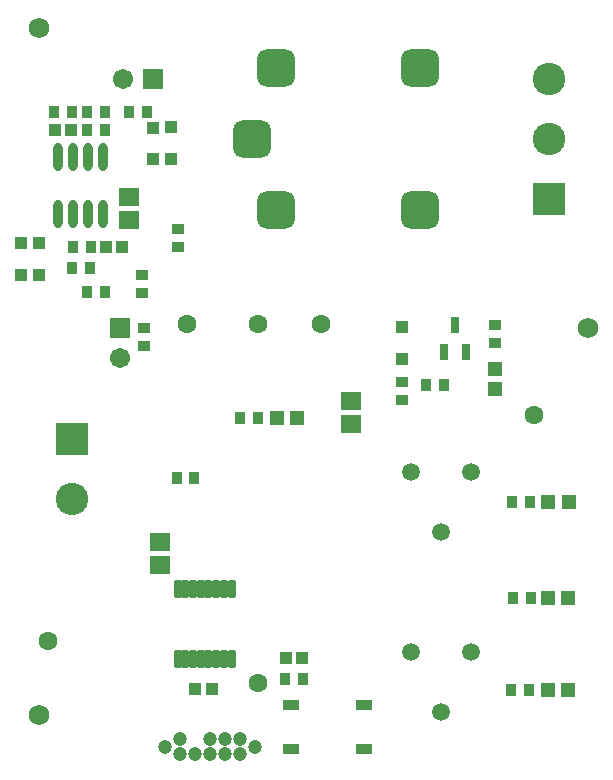
<source format=gts>
G04*
G04 #@! TF.GenerationSoftware,Altium Limited,Altium Designer,21.6.1 (37)*
G04*
G04 Layer_Color=8388736*
%FSLAX25Y25*%
%MOIN*%
G70*
G04*
G04 #@! TF.SameCoordinates,DB9D7466-3DC1-4D53-AB26-96178D206437*
G04*
G04*
G04 #@! TF.FilePolarity,Negative*
G04*
G01*
G75*
%ADD23R,0.04343X0.04343*%
%ADD24R,0.04343X0.03556*%
%ADD25R,0.03556X0.04343*%
%ADD26O,0.03162X0.09461*%
G04:AMPARAMS|DCode=27|XSize=25.72mil|YSize=63.12mil|CornerRadius=5.95mil|HoleSize=0mil|Usage=FLASHONLY|Rotation=180.000|XOffset=0mil|YOffset=0mil|HoleType=Round|Shape=RoundedRectangle|*
%AMROUNDEDRECTD27*
21,1,0.02572,0.05122,0,0,180.0*
21,1,0.01382,0.06312,0,0,180.0*
1,1,0.01190,-0.00691,0.02561*
1,1,0.01190,0.00691,0.02561*
1,1,0.01190,0.00691,-0.02561*
1,1,0.01190,-0.00691,-0.02561*
%
%ADD27ROUNDEDRECTD27*%
%ADD28R,0.06706X0.05918*%
%ADD29R,0.03950X0.04343*%
%ADD30C,0.04737*%
%ADD31R,0.05131X0.04737*%
%ADD32R,0.04737X0.05131*%
%ADD33R,0.03162X0.05328*%
%ADD34R,0.05524X0.03800*%
%ADD35R,0.06706X0.06706*%
%ADD36C,0.06706*%
%ADD37C,0.06312*%
%ADD38C,0.05918*%
%ADD39C,0.10800*%
%ADD40R,0.10800X0.10800*%
%ADD41C,0.06800*%
G04:AMPARAMS|DCode=42|XSize=126.11mil|YSize=126.11mil|CornerRadius=33.53mil|HoleSize=0mil|Usage=FLASHONLY|Rotation=0.000|XOffset=0mil|YOffset=0mil|HoleType=Round|Shape=RoundedRectangle|*
%AMROUNDEDRECTD42*
21,1,0.12611,0.05906,0,0,0.0*
21,1,0.05906,0.12611,0,0,0.0*
1,1,0.06706,0.02953,-0.02953*
1,1,0.06706,-0.02953,-0.02953*
1,1,0.06706,-0.02953,0.02953*
1,1,0.06706,0.02953,0.02953*
%
%ADD42ROUNDEDRECTD42*%
%ADD43R,0.06706X0.06706*%
D23*
X254985Y263675D02*
D03*
Y274305D02*
D03*
X134015Y302554D02*
D03*
Y291924D02*
D03*
X127985Y291903D02*
D03*
Y302533D02*
D03*
X177826Y340947D02*
D03*
Y330317D02*
D03*
X171795Y330297D02*
D03*
Y340927D02*
D03*
D24*
X169000Y273953D02*
D03*
Y268047D02*
D03*
X168228Y291758D02*
D03*
Y285853D02*
D03*
X180312Y306953D02*
D03*
Y301047D02*
D03*
X255063Y255953D02*
D03*
Y250047D02*
D03*
X286000Y274953D02*
D03*
Y269047D02*
D03*
D25*
X150953Y294000D02*
D03*
X145047D02*
D03*
X155953Y346000D02*
D03*
X150047D02*
D03*
X169953D02*
D03*
X164047D02*
D03*
X150047Y340000D02*
D03*
X291366Y153500D02*
D03*
X151213Y301000D02*
D03*
X145307D02*
D03*
X144953Y346000D02*
D03*
X139047D02*
D03*
X179815Y224000D02*
D03*
X185721D02*
D03*
X155953Y340000D02*
D03*
X268953Y255000D02*
D03*
X263047D02*
D03*
X297553Y216200D02*
D03*
X291647D02*
D03*
X297953Y184000D02*
D03*
X292047D02*
D03*
X297272Y153500D02*
D03*
X155861Y286000D02*
D03*
X149956D02*
D03*
X221953Y157000D02*
D03*
X216047D02*
D03*
X206953Y244000D02*
D03*
X201047D02*
D03*
D26*
X150370Y331161D02*
D03*
X155370D02*
D03*
X145370D02*
D03*
X140370D02*
D03*
X155370Y312264D02*
D03*
X150370D02*
D03*
X145370D02*
D03*
X140370D02*
D03*
D27*
X185327Y187067D02*
D03*
X190445Y163839D02*
D03*
X193004D02*
D03*
X198122Y187067D02*
D03*
X195563D02*
D03*
X193004D02*
D03*
X190445D02*
D03*
X187886D02*
D03*
X182768D02*
D03*
X180209D02*
D03*
X198122Y163839D02*
D03*
X195563D02*
D03*
X187886D02*
D03*
X185327D02*
D03*
X182768D02*
D03*
X180209D02*
D03*
D28*
X237784Y249740D02*
D03*
Y242260D02*
D03*
X164000Y310260D02*
D03*
Y317740D02*
D03*
X174272Y202740D02*
D03*
Y195260D02*
D03*
D29*
X144756Y340000D02*
D03*
X139244D02*
D03*
X156244Y301000D02*
D03*
X161756D02*
D03*
X186021Y153850D02*
D03*
X191532D02*
D03*
X216144Y164000D02*
D03*
X221656D02*
D03*
D30*
X181000Y137000D02*
D03*
X201000D02*
D03*
X196000D02*
D03*
X191000D02*
D03*
X181000Y132000D02*
D03*
X186000D02*
D03*
X191000D02*
D03*
X196000D02*
D03*
X201000D02*
D03*
X206000Y134500D02*
D03*
X176000D02*
D03*
D31*
X310447Y216200D02*
D03*
X303753D02*
D03*
X310347Y184000D02*
D03*
X303654D02*
D03*
X310165Y153500D02*
D03*
X303472D02*
D03*
X220000Y244000D02*
D03*
X213307D02*
D03*
D32*
X286000Y260347D02*
D03*
Y253654D02*
D03*
D33*
X272613Y274972D02*
D03*
X276353Y266114D02*
D03*
X268872D02*
D03*
D34*
X217795Y133618D02*
D03*
Y148382D02*
D03*
X242205D02*
D03*
Y133618D02*
D03*
D35*
X161000Y274000D02*
D03*
D36*
Y264000D02*
D03*
X162000Y357000D02*
D03*
D37*
X183146Y275500D02*
D03*
X299000Y245000D02*
D03*
X207012Y155880D02*
D03*
X137000Y169832D02*
D03*
X228000Y275500D02*
D03*
X207012D02*
D03*
D38*
X268000Y206000D02*
D03*
X278000Y226000D02*
D03*
X258000D02*
D03*
X268000Y146000D02*
D03*
X278000Y166000D02*
D03*
X258000D02*
D03*
D39*
X304000Y357000D02*
D03*
Y337000D02*
D03*
X144953Y217000D02*
D03*
D40*
X304000Y317000D02*
D03*
X144953Y237000D02*
D03*
D41*
X317000Y274000D02*
D03*
X133858Y145000D02*
D03*
Y374000D02*
D03*
D42*
X261016Y360622D02*
D03*
Y313378D02*
D03*
X212984Y360622D02*
D03*
Y313378D02*
D03*
X205110Y337000D02*
D03*
D43*
X172000Y357000D02*
D03*
M02*

</source>
